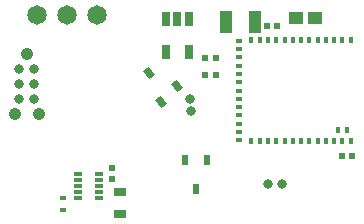
<source format=gts>
G04*
G04 #@! TF.GenerationSoftware,Altium Limited,Altium Designer,25.4.2 (15)*
G04*
G04 Layer_Color=8388736*
%FSTAX24Y24*%
%MOIN*%
G70*
G04*
G04 #@! TF.SameCoordinates,5CE265F0-7D9D-4DF0-BE37-BCC977853A71*
G04*
G04*
G04 #@! TF.FilePolarity,Negative*
G04*
G01*
G75*
%ADD24R,0.0475X0.0417*%
%ADD25R,0.0236X0.0177*%
%ADD28R,0.0413X0.0315*%
%ADD31R,0.0236X0.0236*%
%ADD32R,0.0236X0.0236*%
%ADD33C,0.0320*%
%ADD34R,0.0237X0.0335*%
%ADD35R,0.0414X0.0729*%
%ADD36R,0.0177X0.0217*%
%ADD37R,0.0217X0.0177*%
%ADD38R,0.0256X0.0118*%
%ADD39R,0.0256X0.0130*%
G04:AMPARAMS|DCode=40|XSize=23.7mil|YSize=33.5mil|CornerRadius=0mil|HoleSize=0mil|Usage=FLASHONLY|Rotation=223.000|XOffset=0mil|YOffset=0mil|HoleType=Round|Shape=Rectangle|*
%AMROTATEDRECTD40*
4,1,4,-0.0028,0.0203,0.0201,-0.0042,0.0028,-0.0203,-0.0201,0.0042,-0.0028,0.0203,0.0*
%
%ADD40ROTATEDRECTD40*%

%ADD41C,0.0330*%
%ADD42R,0.0256X0.0453*%
%ADD43C,0.0650*%
%ADD44C,0.0410*%
D24*
X029369Y018329D02*
D03*
X028718D02*
D03*
D25*
X02095Y011933D02*
D03*
Y012307D02*
D03*
D28*
X02285Y011786D02*
D03*
Y012514D02*
D03*
D31*
X025703Y01697D02*
D03*
X026057D02*
D03*
X025703Y01642D02*
D03*
X026057D02*
D03*
X030243Y01372D02*
D03*
X030597D02*
D03*
X027753Y01806D02*
D03*
X028107D02*
D03*
D32*
X022597Y012955D02*
D03*
Y013309D02*
D03*
D33*
X02521Y015206D02*
D03*
X0278Y0128D02*
D03*
X02825D02*
D03*
X0252Y01563D02*
D03*
D34*
X025026Y013592D02*
D03*
X025774D02*
D03*
X0254Y012608D02*
D03*
D35*
X026388Y01819D02*
D03*
X027372D02*
D03*
D36*
X030546Y017573D02*
D03*
X028065D02*
D03*
X02779D02*
D03*
X030427Y014581D02*
D03*
X029168Y014227D02*
D03*
X029443D02*
D03*
X027514Y017573D02*
D03*
X028065Y014227D02*
D03*
X028341Y017573D02*
D03*
X028616D02*
D03*
X028892D02*
D03*
X029168D02*
D03*
X029443D02*
D03*
X030546Y014227D02*
D03*
X03027D02*
D03*
X028892D02*
D03*
X028616D02*
D03*
X027238D02*
D03*
X029994Y017573D02*
D03*
X029719D02*
D03*
Y014227D02*
D03*
X029994D02*
D03*
X030112Y014581D02*
D03*
X03027Y017573D02*
D03*
X027238D02*
D03*
X027514Y014227D02*
D03*
X028341D02*
D03*
X02779D02*
D03*
D37*
X026825Y017554D02*
D03*
Y014246D02*
D03*
Y014522D02*
D03*
Y017278D02*
D03*
Y017002D02*
D03*
Y016451D02*
D03*
Y016176D02*
D03*
Y0159D02*
D03*
Y015624D02*
D03*
Y015073D02*
D03*
Y014798D02*
D03*
Y015349D02*
D03*
Y016727D02*
D03*
D38*
X022164Y013104D02*
D03*
Y012907D02*
D03*
X021456Y01271D02*
D03*
Y012513D02*
D03*
Y012316D02*
D03*
X022164Y012513D02*
D03*
Y01271D02*
D03*
X021456Y012907D02*
D03*
Y013104D02*
D03*
D39*
X022164Y01231D02*
D03*
D40*
X024759Y016035D02*
D03*
X024212Y015525D02*
D03*
X023814Y0165D02*
D03*
D41*
X020002Y015614D02*
D03*
X019502D02*
D03*
X020002Y016114D02*
D03*
X019502D02*
D03*
X020002Y016614D02*
D03*
X019502D02*
D03*
D42*
X025144Y018271D02*
D03*
X02477D02*
D03*
X024396D02*
D03*
Y017169D02*
D03*
X025144D02*
D03*
D43*
X022079Y018408D02*
D03*
X021079D02*
D03*
X020079D02*
D03*
D44*
X019352Y015114D02*
D03*
X020152D02*
D03*
X019752Y017114D02*
D03*
M02*

</source>
